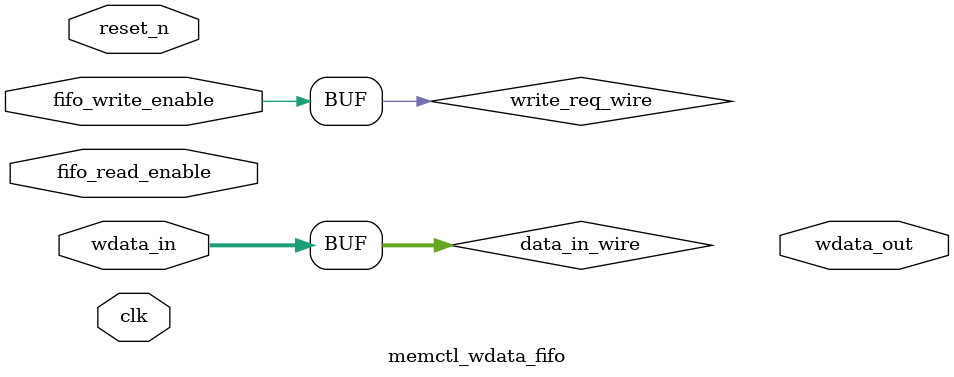
<source format=sv>



`timescale 1 ps / 1 ps

module memctl_wdata_fifo(
	clk,
	reset_n,
	fifo_write_enable,
	fifo_read_enable,
	wdata_in,
	wdata_out
);

//////////////////////////////////////////////////////////////////////////////
// BEGIN PARAMETER SECTION

parameter DEVICE_FAMILY					= "";
parameter DWIDTH						= 0;
parameter NUM_BEATS_REQUIRED			= 0;
parameter WDATA_FIFO_ENABLE_PIPELINE	= 0;
parameter WDATA_FIFO_SHOW_AHEAD			= 0;
parameter AFI_RATE_RATIO				= 0;

// END PARAMETER SECTION
//////////////////////////////////////////////////////////////////////////////

//////////////////////////////////////////////////////////////////////////////
// BEGIN LOCALPARAM SECTION

// The number of beats required to store in the FIFO adjusted for FIFO latency
localparam NUM_BEATS_REQUIRED_ADJUSTED	= NUM_BEATS_REQUIRED + 1;

localparam AFI_RATIO = 2 * AFI_RATE_RATIO;
localparam MEM_DWIDTH = DWIDTH / AFI_RATIO;

// FIFO size and FIFO address width
localparam FIFO_ADDR_WIDTH		= max(2, ceil_log2(NUM_BEATS_REQUIRED_ADJUSTED));
localparam FIFO_NUM_WORDS		= 2 ** FIFO_ADDR_WIDTH;

// END LOCALPARAM SECTION
//////////////////////////////////////////////////////////////////////////////

//////////////////////////////////////////////////////////////////////////////
// BEGIN PORT SECTION

input					clk;
input					reset_n;
input					fifo_write_enable;
input					fifo_read_enable;
input	[DWIDTH-1:0]	wdata_in;
output	[DWIDTH-1:0]	wdata_out;

// END PORT SECTION
//////////////////////////////////////////////////////////////////////////////
wire	[DWIDTH-1:0]	data_in_wire;
wire                     write_req_wire;

wire	[DWIDTH-1:0]	data_in_remapped;
wire	[DWIDTH-1:0]	data_out_remapped;

generate
	if (WDATA_FIFO_ENABLE_PIPELINE == "ON") begin
		reg	[DWIDTH-1:0]	data_in_reg;
		reg                     write_req_reg;
		
		always_ff @ (posedge clk or negedge reset_n)
			if (~reset_n) begin
				data_in_reg = {DWIDTH{1'b0}};
				write_req_reg <= 1'b0;
			end
			else begin
				data_in_reg <= wdata_in;
				write_req_reg <= fifo_write_enable;
			end
		
		assign write_req_wire = write_req_reg;
		assign data_in_wire = data_in_reg;
	end
	else begin
		assign write_req_wire = fifo_write_enable;
		assign data_in_wire = wdata_in;
	end
endgenerate

genvar i, j;
generate
	for (i = 0; i < MEM_DWIDTH; i++)
	begin : wdata_map_dwidth
		for (j = 0; j < AFI_RATIO; j++)
		begin : wdata_map_afi_ratio
			assign data_in_remapped[i * AFI_RATIO + j] = data_in_wire[j * MEM_DWIDTH + i];
			assign wdata_out[j * MEM_DWIDTH + i] = data_out_remapped[i * AFI_RATIO + j];
		end
	end
endgenerate

scfifo wdata_fifo (
	.rdreq			(fifo_read_enable),
	.aclr			(~reset_n),
	.clock			(clk),
	.wrreq			(write_req_wire),
	.data			(data_in_remapped),
	.full			(),
	.q				(data_out_remapped),
	.sclr			(1'b0),
	.usedw			(),
	.empty			(),
	.almost_full	(),
	.almost_empty	());
defparam wdata_fifo.intended_device_family	= DEVICE_FAMILY;
defparam wdata_fifo.lpm_width				= DWIDTH;
defparam wdata_fifo.lpm_widthu				= FIFO_ADDR_WIDTH;
defparam wdata_fifo.lpm_numwords			= FIFO_NUM_WORDS;
defparam wdata_fifo.lpm_showahead			= WDATA_FIFO_SHOW_AHEAD;
defparam wdata_fifo.use_eab					= "ON";
defparam wdata_fifo.overflow_checking       = "OFF";
defparam wdata_fifo.underflow_checking      = "OFF";


// Returns the maximum of two numbers
function integer max;
	input integer a;
	input integer b;
	begin
		max = (a > b) ? a : b;
	end
endfunction


// Calculate the ceiling of log_2 of the input value
function integer ceil_log2;
	input integer value;
	begin
		value = value - 1;
		for (ceil_log2 = 0; value > 0; ceil_log2 = ceil_log2 + 1)
			value = value >> 1;
	end
endfunction


endmodule


</source>
